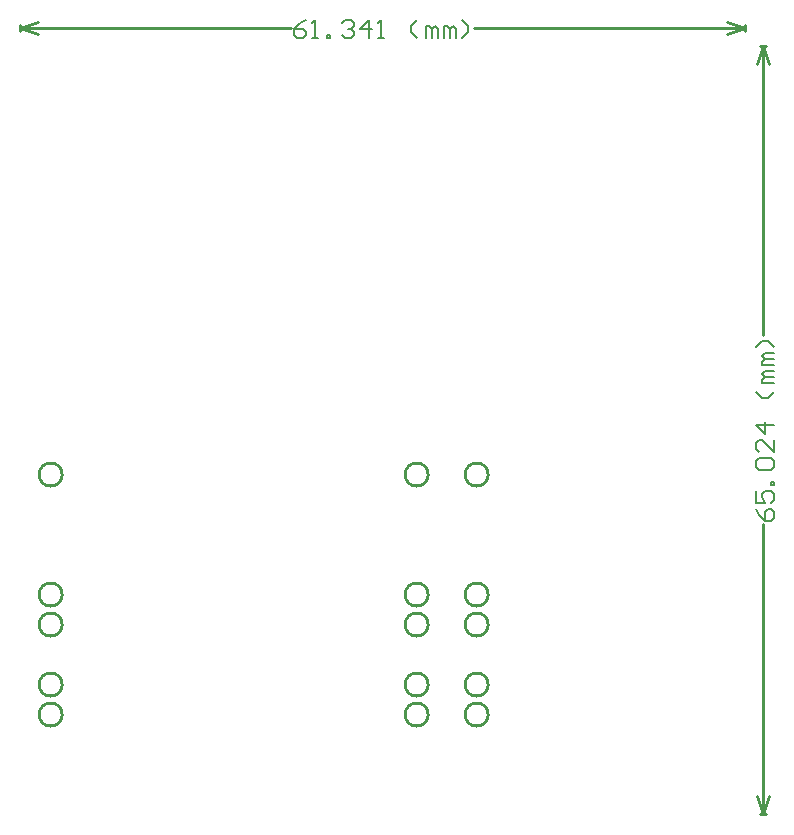
<source format=gbo>
G04 Layer_Color=32896*
%FSLAX44Y44*%
%MOMM*%
G71*
G01*
G75*
%ADD12C,0.2540*%
%ADD14C,0.1524*%
D12*
X1096235Y743585D02*
G03*
X1096235Y743585I-9750J0D01*
G01*
Y768985D02*
G03*
X1096235Y768985I-9750J0D01*
G01*
Y819785D02*
G03*
X1096235Y819785I-9750J0D01*
G01*
Y845185D02*
G03*
X1096235Y845185I-9750J0D01*
G01*
Y946785D02*
G03*
X1096235Y946785I-9750J0D01*
G01*
X1406115D02*
G03*
X1406115Y946785I-9750J0D01*
G01*
X1456915D02*
G03*
X1456915Y946785I-9750J0D01*
G01*
X1406115Y845185D02*
G03*
X1406115Y845185I-9750J0D01*
G01*
X1456915D02*
G03*
X1456915Y845185I-9750J0D01*
G01*
X1406115Y819785D02*
G03*
X1406115Y819785I-9750J0D01*
G01*
X1456915D02*
G03*
X1456915Y819785I-9750J0D01*
G01*
X1406115Y768985D02*
G03*
X1406115Y768985I-9750J0D01*
G01*
Y743585D02*
G03*
X1406115Y743585I-9750J0D01*
G01*
X1456915Y768985D02*
G03*
X1456915Y768985I-9750J0D01*
G01*
Y743585D02*
G03*
X1456915Y743585I-9750J0D01*
G01*
X1687195Y1310005D02*
X1692275D01*
X1687195Y659765D02*
X1692275D01*
X1689735Y1310005D02*
X1694815Y1294765D01*
X1684655D02*
X1689735Y1310005D01*
Y659765D02*
X1694815Y675005D01*
X1684655D02*
X1689735Y659765D01*
Y1065124D02*
Y1310005D01*
Y659765D02*
Y904646D01*
X1674262Y1322705D02*
Y1327785D01*
X1060852Y1322705D02*
Y1327785D01*
X1659022Y1320165D02*
X1674262Y1325245D01*
X1659022Y1330325D02*
X1674262Y1325245D01*
X1060852D02*
X1076092Y1320165D01*
X1060852Y1325245D02*
X1076092Y1330325D01*
X1445258Y1325245D02*
X1674262D01*
X1060852D02*
X1289857D01*
D14*
X1683642Y917342D02*
X1686181Y912264D01*
X1691259Y907186D01*
X1696337D01*
X1698876Y909725D01*
Y914803D01*
X1696337Y917342D01*
X1693798D01*
X1691259Y914803D01*
Y907186D01*
X1683642Y932577D02*
Y922421D01*
X1691259D01*
X1688720Y927499D01*
Y930038D01*
X1691259Y932577D01*
X1696337D01*
X1698876Y930038D01*
Y924960D01*
X1696337Y922421D01*
X1698876Y937656D02*
X1696337D01*
Y940195D01*
X1698876D01*
Y937656D01*
X1686181Y950352D02*
X1683642Y952891D01*
Y957969D01*
X1686181Y960508D01*
X1696337D01*
X1698876Y957969D01*
Y952891D01*
X1696337Y950352D01*
X1686181D01*
X1698876Y975743D02*
Y965587D01*
X1688720Y975743D01*
X1686181D01*
X1683642Y973204D01*
Y968126D01*
X1686181Y965587D01*
X1698876Y988439D02*
X1683642D01*
X1691259Y980822D01*
Y990978D01*
X1698876Y1016370D02*
X1693798Y1011292D01*
X1688720D01*
X1683642Y1016370D01*
X1698876Y1023988D02*
X1688720D01*
Y1026527D01*
X1691259Y1029066D01*
X1698876D01*
X1691259D01*
X1688720Y1031605D01*
X1691259Y1034145D01*
X1698876D01*
Y1039223D02*
X1688720D01*
Y1041762D01*
X1691259Y1044301D01*
X1698876D01*
X1691259D01*
X1688720Y1046841D01*
X1691259Y1049380D01*
X1698876D01*
Y1054458D02*
X1693798Y1059536D01*
X1688720D01*
X1683642Y1054458D01*
X1302554Y1331339D02*
X1297475Y1328799D01*
X1292397Y1323721D01*
Y1318643D01*
X1294936Y1316104D01*
X1300015D01*
X1302554Y1318643D01*
Y1321182D01*
X1300015Y1323721D01*
X1292397D01*
X1307632Y1316104D02*
X1312711D01*
X1310171D01*
Y1331339D01*
X1307632Y1328799D01*
X1320328Y1316104D02*
Y1318643D01*
X1322867D01*
Y1316104D01*
X1320328D01*
X1333024Y1328799D02*
X1335563Y1331339D01*
X1340642D01*
X1343181Y1328799D01*
Y1326260D01*
X1340642Y1323721D01*
X1338102D01*
X1340642D01*
X1343181Y1321182D01*
Y1318643D01*
X1340642Y1316104D01*
X1335563D01*
X1333024Y1318643D01*
X1355877Y1316104D02*
Y1331339D01*
X1348259Y1323721D01*
X1358416D01*
X1363494Y1316104D02*
X1368573D01*
X1366033D01*
Y1331339D01*
X1363494Y1328799D01*
X1396503Y1316104D02*
X1391425Y1321182D01*
Y1326260D01*
X1396503Y1331339D01*
X1404121Y1316104D02*
Y1326260D01*
X1406660D01*
X1409199Y1323721D01*
Y1316104D01*
Y1323721D01*
X1411739Y1326260D01*
X1414278Y1323721D01*
Y1316104D01*
X1419356D02*
Y1326260D01*
X1421895D01*
X1424434Y1323721D01*
Y1316104D01*
Y1323721D01*
X1426974Y1326260D01*
X1429513Y1323721D01*
Y1316104D01*
X1434591D02*
X1439669Y1321182D01*
Y1326260D01*
X1434591Y1331339D01*
M02*

</source>
